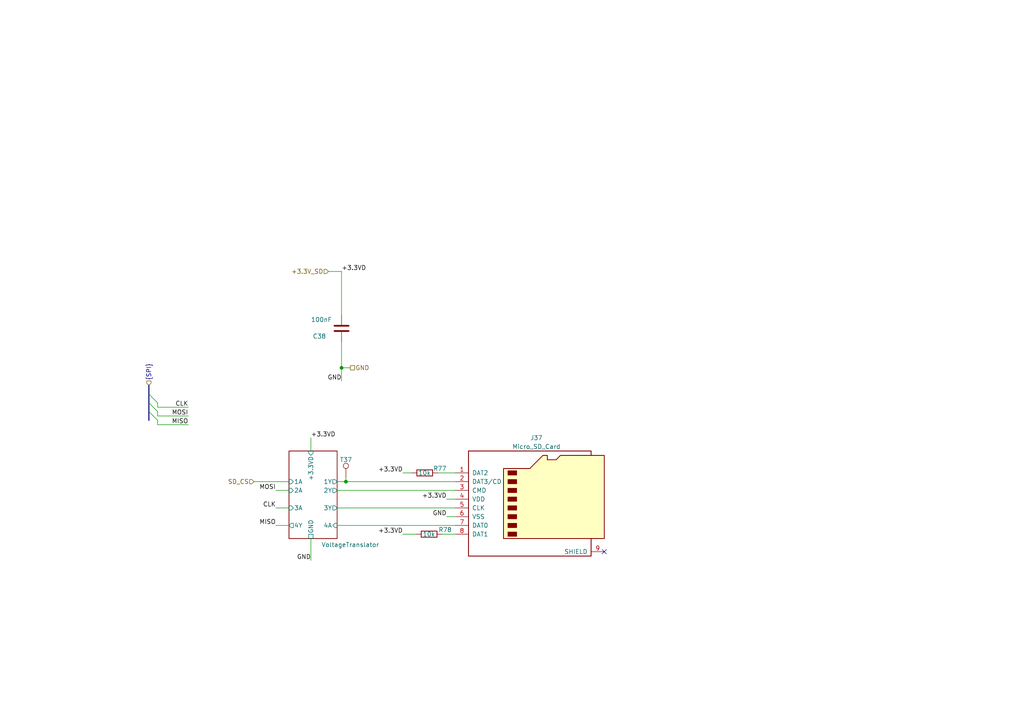
<source format=kicad_sch>
(kicad_sch (version 20231120) (generator "eeschema") (generator_version "8.0")
  (paper "A4")
  (title_block (date "2024-04-17") (rev "1.0"))
  (lib_symbols
    (symbol "Connector:Micro_SD_Card" (pin_names (offset 1.016))
      (property "Reference" "J" (at -16.51 15.24 0))
      (property "Value" "Micro_SD_Card" (at 16.51 15.24 0))
      (symbol "Micro_SD_Card_0_1"
        (rectangle (start -7.62 -9.525) (end -5.08 -10.795) (fill (type outline)))
        (rectangle (start -7.62 -6.985) (end -5.08 -8.255) (fill (type outline)))
        (rectangle (start -7.62 -4.445) (end -5.08 -5.715) (fill (type outline)))
        (rectangle (start -7.62 -1.905) (end -5.08 -3.175) (fill (type outline)))
        (rectangle (start -7.62 0.635) (end -5.08 -0.635) (fill (type outline)))
        (rectangle (start -7.62 3.175) (end -5.08 1.905) (fill (type outline)))
        (rectangle (start -7.62 5.715) (end -5.08 4.445) (fill (type outline)))
        (rectangle (start -7.62 8.255) (end -5.08 6.985) (fill (type outline)))
        (polyline (pts (xy 16.51 12.7) (xy 16.51 13.97) (xy -19.05 13.97) (xy -19.05 -16.51) (xy 16.51 -16.51) (xy 16.51 -11.43)) (stroke (width 0.254)))
        (polyline (pts (xy -8.89 -11.43) (xy -8.89 8.89) (xy -1.27 8.89) (xy 2.54 12.7) (xy 3.81 12.7) (xy 3.81 11.43) (xy 6.35 11.43) (xy 7.62 12.7) (xy 20.32 12.7) (xy 20.32 -11.43) (xy -8.89 -11.43)) (stroke (width 0.254)) (fill (type background)))
      )
      (symbol "Micro_SD_Card_1_1"
        (pin bidirectional line (at -22.86 7.62 0) (length 3.81) (name "DAT2") (number "1"))
        (pin bidirectional line (at -22.86 5.08 0) (length 3.81) (name "DAT3/CD") (number "2"))
        (pin input line (at -22.86 2.54 0) (length 3.81) (name "CMD") (number "3"))
        (pin power_in line (at -22.86 0 0) (length 3.81) (name "VDD") (number "4"))
        (pin input line (at -22.86 -2.54 0) (length 3.81) (name "CLK") (number "5"))
        (pin power_in line (at -22.86 -5.08 0) (length 3.81) (name "VSS") (number "6"))
        (pin bidirectional line (at -22.86 -7.62 0) (length 3.81) (name "DAT0") (number "7"))
        (pin bidirectional line (at -22.86 -10.16 0) (length 3.81) (name "DAT1") (number "8"))
        (pin passive line (at 20.32 -15.24 180) (length 3.81) (name "SHIELD") (number "9"))
      )
    )
    (symbol "Connector:TestPoint" (pin_numbers hide) (pin_names (offset 0.762) hide)
      (property "Reference" "TP" (at 0 6.858 0))
      (property "Value" "TestPoint" (at 0 5.08 0))
      (symbol "TestPoint_0_1"
        (circle (center 0 3.302) (radius 0.762))
      )
      (symbol "TestPoint_1_1"
        (pin passive line (at 0 0 90) (length 2.54) (name "1") (number "1"))
      )
    )
    (symbol "Device:C" (pin_numbers hide) (pin_names (offset 0.254))
      (property "Reference" "C" (at 0.635 2.54 0))
      (property "Value" "C" (at 0.635 -2.54 0))
      (symbol "C_0_1"
        (polyline (pts (xy -2.032 -0.762) (xy 2.032 -0.762)) (stroke (width 0.508)))
        (polyline (pts (xy -2.032 0.762) (xy 2.032 0.762)) (stroke (width 0.508)))
      )
      (symbol "C_1_1"
        (pin passive line (at 0 3.81 270) (length 2.794) (name "~") (number "1"))
        (pin passive line (at 0 -3.81 90) (length 2.794) (name "~") (number "2"))
      )
    )
    (symbol "PCM_SL_Devices:Resistor_0.5W"
      (property "Reference" "R" (at 0 5.08 0))
      (property "Value" "Resistor_0.5W" (at 0 2.54 0))
      (symbol "Resistor_0.5W_0_1"
        (rectangle (start -2.286 0.889) (end 2.286 -0.889) (stroke (width 0.24)))
      )
      (symbol "Resistor_0.5W_1_1"
        (pin passive line (at -3.81 0 0) (length 1.5) (name "") (number "1"))
        (pin passive line (at 3.81 0 180) (length 1.5) (name "~") (number "2"))
      )
    )
  )
  (junction (at 99.06 106.68))
  (junction (at 100.33 139.7))
  (no_connect (at 175.26 160.02))
  (bus_entry (at 45.72 119.38) (size -2.54 -2.54))
  (bus_entry (at 45.72 116.84) (size -2.54 -2.54))
  (bus_entry (at 45.72 121.92) (size -2.54 -2.54))
  (wire (pts (xy 97.79 142.24) (xy 132.08 142.24)))
  (wire (pts (xy 95.25 78.74) (xy 99.06 78.74)))
  (wire (pts (xy 90.17 156.21) (xy 90.17 162.56)))
  (wire (pts (xy 97.79 152.4) (xy 132.08 152.4)))
  (wire (pts (xy 45.72 119.38) (xy 45.72 120.65)))
  (wire (pts (xy 129.54 144.78) (xy 132.08 144.78)))
  (wire (pts (xy 97.79 139.7) (xy 100.33 139.7)))
  (wire (pts (xy 99.06 106.68) (xy 101.6 106.68)))
  (wire (pts (xy 99.06 106.68) (xy 99.06 110.49)))
  (wire (pts (xy 80.01 147.32) (xy 83.82 147.32)))
  (wire (pts (xy 116.84 137.16) (xy 119.38 137.16)))
  (wire (pts (xy 99.06 78.74) (xy 99.06 91.44)))
  (wire (pts (xy 128.27 154.94) (xy 132.08 154.94)))
  (bus (pts (xy 43.18 116.84) (xy 43.18 119.38)))
  (wire (pts (xy 45.72 123.19) (xy 45.72 121.92)))
  (wire (pts (xy 54.61 120.65) (xy 45.72 120.65)))
  (wire (pts (xy 54.61 123.19) (xy 45.72 123.19)))
  (wire (pts (xy 45.72 116.84) (xy 45.72 118.11)))
  (wire (pts (xy 116.84 154.94) (xy 120.65 154.94)))
  (wire (pts (xy 97.79 147.32) (xy 132.08 147.32)))
  (wire (pts (xy 100.33 138.43) (xy 100.33 139.7)))
  (wire (pts (xy 100.33 139.7) (xy 132.08 139.7)))
  (wire (pts (xy 73.66 139.7) (xy 83.82 139.7)))
  (wire (pts (xy 127 137.16) (xy 132.08 137.16)))
  (bus (pts (xy 43.18 114.3) (xy 43.18 116.84)))
  (wire (pts (xy 129.54 149.86) (xy 132.08 149.86)))
  (wire (pts (xy 99.06 99.06) (xy 99.06 106.68)))
  (wire (pts (xy 54.61 118.11) (xy 45.72 118.11)))
  (wire (pts (xy 80.01 152.4) (xy 83.82 152.4)))
  (bus (pts (xy 43.18 119.38) (xy 43.18 121.92)))
  (wire (pts (xy 80.01 142.24) (xy 83.82 142.24)))
  (bus (pts (xy 43.18 111.76) (xy 43.18 114.3)))
  (wire (pts (xy 90.17 127) (xy 90.17 130.81)))
  (label "GND" (at 90.17 162.56 180))
  (label "MOSI" (at 80.01 142.24 180))
  (label "+3.3VD" (at 129.54 144.78 180))
  (label "CLK" (at 80.01 147.32 180))
  (label "CLK" (at 54.61 118.11 180))
  (label "+3.3VD" (at 116.84 137.16 180))
  (label "MOSI" (at 54.61 120.65 180))
  (label "+3.3VD" (at 99.06 78.74 0))
  (label "GND" (at 99.06 110.49 180))
  (label "+3.3VD" (at 116.84 154.94 180))
  (label "MISO" (at 54.61 123.19 180))
  (label "MISO" (at 80.01 152.4 180))
  (label "+3.3VD" (at 90.17 127 0))
  (label "GND" (at 129.54 149.86 180))
  (hierarchical_label "GND" (shape passive) (at 101.6 106.68 0))
  (hierarchical_label "{SPI}" (shape input) (at 43.18 111.76 90))
  (hierarchical_label "+3.3V_SD" (shape input) (at 95.25 78.74 180))
  (hierarchical_label "SD_CS" (shape input) (at 73.66 139.7 180))
  (symbol (lib_id "PCM_SL_Devices:Resistor_0.5W") (at 124.46 154.94 180) (unit 1)
    (property "Reference" "R78" (at 131.064 153.67 0) (effects (justify left)))
    (property "Value" "10k" (at 126.238 154.94 0) (effects (justify left)))
    (property "Footprint" "Resistor_SMD:R_0603_1608Metric" (effects (hide yes)))
  )
  (symbol (lib_id "PCM_SL_Devices:Resistor_0.5W") (at 123.19 137.16 180) (unit 1)
    (property "Reference" "R77" (at 129.54 135.89 0) (effects (justify left)))
    (property "Value" "10k" (at 124.968 137.16 0) (effects (justify left)))
    (property "Footprint" "Resistor_SMD:R_0603_1608Metric" (effects (hide yes)))
  )
  (symbol (lib_id "Device:C") (at 99.06 95.25 0) (unit 1)
    (property "Reference" "C38" (at 90.678 97.536 0) (effects (justify left)))
    (property "Value" "100nF" (at 90.17 92.71 0) (effects (justify left)))
    (property "Footprint" "Capacitor_SMD:C_0603_1608Metric" (effects (hide yes)))
  )
  (symbol (lib_id "Connector:TestPoint") (at 100.33 138.43 0) (unit 1)
    (property "Reference" "T37" (at 100.33 133.35 0))
    (property "Value" "TP" (effects (hide yes)))
    (property "Footprint" "TestPoint:TestPoint_Pad_D1.0mm" (effects (hide yes)))
    (property "Description" "test point" (effects (hide yes)))
  )
  (symbol (lib_id "Connector:Micro_SD_Card") (at 154.94 144.78 0) (unit 1)
    (property "Reference" "J37" (at 155.575 127 0))
    (property "Value" "Micro_SD_Card" (at 155.575 129.54 0))
    (property "Footprint" "Connector_Card:microSD_HC_Hirose_DM3D-SF" (effects (hide yes)))
    (property "Datasheet" "http://katalog.we-online.de/em/datasheet/693072010801.pdf" (effects (hide yes)))
    (property "Description" "Micro SD Card Socket" (effects (hide yes)))
  )
  (sheet (at 83.82 130.81) (size 13.97 25.4) (stroke (width 0.1524))
    (property "Sheetname" "VoltageTranslator" (at 93.218 158.75 0) (effects (justify left bottom)))
    (property "Sheetfile" "VoltageTranslator.kicad_sch" (effects (hide yes)))
    (pin "GND" passive (at 90.17 156.21 270))
    (pin "+3.3VD" input (at 90.17 130.81 90))
    (pin "1A" input (at 83.82 139.7 180))
    (pin "1Y" output (at 97.79 139.7 0))
    (pin "4A" input (at 97.79 152.4 0))
    (pin "3A" input (at 83.82 147.32 180))
    (pin "3Y" output (at 97.79 147.32 0))
    (pin "4Y" output (at 83.82 152.4 180))
    (pin "2A" input (at 83.82 142.24 180))
    (pin "2Y" output (at 97.79 142.24 0))
  )
)
</source>
